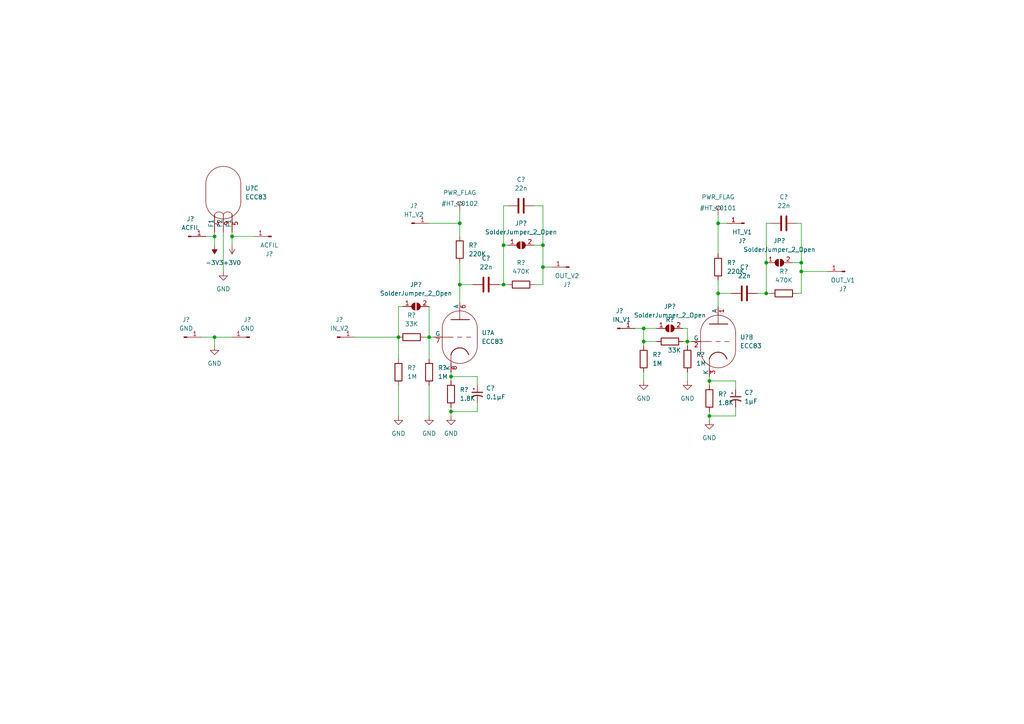
<source format=kicad_sch>
(kicad_sch (version 20211123) (generator eeschema)
  (paper "A4")
  (lib_symbols
    (symbol "Connector:Conn_01x01_Male" (pin_names (offset 1.016) hide)
      (property "Reference" "J" (at 0 2.54 0))
      (property "Value" "Conn_01x01_Male" (at 0 -2.54 0))
      (symbol "Conn_01x01_Male_1_1"
        (polyline (pts (xy 1.27 0) (xy 0.8636 0)) (stroke (width 0.1524)))
        (rectangle (start 0.8636 0.127) (end 0 -0.127) (stroke (width 0.1524)) (fill (type outline)))
        (pin passive line (at 5.08 0 180) (length 3.81) (name "Pin_1") (number "1"))
      )
    )
    (symbol "Device:C" (pin_numbers hide) (pin_names (offset 0.254))
      (property "Reference" "C" (at 0.635 2.54 0))
      (property "Value" "C" (at 0.635 -2.54 0))
      (symbol "C_0_1"
        (polyline (pts (xy -2.032 -0.762) (xy 2.032 -0.762)) (stroke (width 0.508)))
        (polyline (pts (xy -2.032 0.762) (xy 2.032 0.762)) (stroke (width 0.508)))
      )
      (symbol "C_1_1"
        (pin passive line (at 0 3.81 270) (length 2.794) (name "~") (number "1"))
        (pin passive line (at 0 -3.81 90) (length 2.794) (name "~") (number "2"))
      )
    )
    (symbol "Device:C_Polarized_Small_US" (pin_numbers hide) (pin_names (offset 0.254) hide)
      (property "Reference" "C" (at 0.254 1.778 0))
      (property "Value" "C_Polarized_Small_US" (at 0.254 -2.032 0))
      (symbol "C_Polarized_Small_US_0_1"
        (polyline (pts (xy -1.524 0.508) (xy 1.524 0.508)) (stroke (width 0.3048)))
        (polyline (pts (xy -1.27 1.524) (xy -0.762 1.524)))
        (polyline (pts (xy -1.016 1.27) (xy -1.016 1.778)))
        (arc (start 1.524 -0.762) (mid 0 -0.3734) (end -1.524 -0.762) (stroke (width 0.3048)))
      )
      (symbol "C_Polarized_Small_US_1_1"
        (pin passive line (at 0 2.54 270) (length 2.032) (name "~") (number "1"))
        (pin passive line (at 0 -2.54 90) (length 2.032) (name "~") (number "2"))
      )
    )
    (symbol "Device:R" (pin_numbers hide) (pin_names (offset 0))
      (property "Reference" "R" (at 2.032 0 90))
      (property "Value" "R" (at 0 0 90))
      (symbol "R_0_1"
        (rectangle (start -1.016 -2.54) (end 1.016 2.54) (stroke (width 0.254)))
      )
      (symbol "R_1_1"
        (pin passive line (at 0 3.81 270) (length 1.27) (name "~") (number "1"))
        (pin passive line (at 0 -3.81 90) (length 1.27) (name "~") (number "2"))
      )
    )
    (symbol "Jumper:SolderJumper_2_Open" (pin_names (offset 0) hide)
      (property "Reference" "JP" (at 0 2.032 0))
      (property "Value" "SolderJumper_2_Open" (at 0 -2.54 0))
      (symbol "SolderJumper_2_Open_0_1"
        (arc (start -0.254 1.016) (mid -1.27 0) (end -0.254 -1.016))
        (arc (start -0.254 1.016) (mid -1.27 0) (end -0.254 -1.016) (fill (type outline)))
        (polyline (pts (xy -0.254 1.016) (xy -0.254 -1.016)))
        (polyline (pts (xy 0.254 1.016) (xy 0.254 -1.016)))
        (arc (start 0.254 -1.016) (mid 1.27 0) (end 0.254 1.016))
        (arc (start 0.254 -1.016) (mid 1.27 0) (end 0.254 1.016) (fill (type outline)))
      )
      (symbol "SolderJumper_2_Open_1_1"
        (pin passive line (at -3.81 0 0) (length 2.54) (name "A") (number "1"))
        (pin passive line (at 3.81 0 180) (length 2.54) (name "B") (number "2"))
      )
    )
    (symbol "Valve:ECC83" (pin_names (offset 0))
      (property "Reference" "U" (at 3.302 7.874 0))
      (property "Value" "ECC83" (at 8.89 -7.62 0))
      (symbol "ECC83_0_1"
        (arc (start -5.08 -2.54) (mid 0 -7.62) (end 5.08 -2.54))
        (polyline (pts (xy 5.08 2.54) (xy 5.08 -2.54)))
        (polyline (pts (xy -5.08 2.54) (xy -5.08 -2.54) (xy -5.08 -2.54)))
        (arc (start 5.08 2.54) (mid 0 7.62) (end -5.08 2.54))
      )
      (symbol "ECC83_1_0"
        (polyline (pts (xy -2.54 -5.08) (xy -2.54 -7.62)))
        (polyline (pts (xy 0 5.08) (xy 0 7.62)))
      )
      (symbol "ECC83_1_1"
        (polyline (pts (xy -5.08 0) (xy -3.175 0)))
        (polyline (pts (xy -1.905 0) (xy -3.175 0)) (stroke (width 0.1524)))
        (polyline (pts (xy -0.635 0) (xy 0.635 0)) (stroke (width 0.1524)))
        (polyline (pts (xy 1.905 0) (xy 3.175 0)) (stroke (width 0.1524)))
        (polyline (pts (xy -2.54 5.08) (xy 2.794 5.08) (xy 2.794 5.08)) (stroke (width 0.254)))
        (arc (start 2.54 -5.08) (mid 0 -3.0968) (end -2.54 -5.08) (stroke (width 0.254)))
        (pin output line (at 0 10.16 270) (length 2.54) (name "A") (number "6"))
        (pin input line (at -7.62 0 0) (length 2.54) (name "G") (number "7"))
        (pin bidirectional line (at -2.54 -10.16 90) (length 2.54) (name "K") (number "8"))
      )
      (symbol "ECC83_2_0"
        (polyline (pts (xy -2.54 -5.08) (xy -2.54 -7.62)))
        (polyline (pts (xy 0 5.08) (xy 0 7.62)))
      )
      (symbol "ECC83_2_1"
        (polyline (pts (xy -5.08 0) (xy -3.175 0)))
        (polyline (pts (xy -1.905 0) (xy -3.175 0)) (stroke (width 0.1524)))
        (polyline (pts (xy -0.635 0) (xy 0.635 0)) (stroke (width 0.1524)))
        (polyline (pts (xy 1.905 0) (xy 3.175 0)) (stroke (width 0.1524)))
        (polyline (pts (xy -2.54 5.08) (xy 2.794 5.08) (xy 2.794 5.08)) (stroke (width 0.254)))
        (arc (start 2.54 -5.08) (mid 0 -3.0968) (end -2.54 -5.08) (stroke (width 0.254)))
        (pin output line (at 0 10.16 270) (length 2.54) (name "A") (number "1"))
        (pin input line (at -7.62 0 0) (length 2.54) (name "G") (number "2"))
        (pin bidirectional line (at -2.54 -10.16 90) (length 2.54) (name "K") (number "3"))
      )
      (symbol "ECC83_3_1"
        (arc (start 0 -6.35) (mid -1.27 -5.5651) (end -2.54 -6.35))
        (arc (start 2.54 -6.35) (mid 1.27 -5.5651) (end 0 -6.35))
        (pin power_in line (at -2.54 -11.43 90) (length 5.08) (name "F1") (number "4"))
        (pin power_in line (at 2.54 -11.43 90) (length 5.08) (name "F1") (number "5"))
        (pin power_in line (at 0 -11.43 90) (length 5.08) (name "F2") (number "9"))
      )
    )
    (symbol "power:+3V0" (power) (pin_names (offset 0))
      (property "Value" "+3V0" (at 0 3.556 0))
      (symbol "+3V0_0_1"
        (polyline (pts (xy -0.762 1.27) (xy 0 2.54)))
        (polyline (pts (xy 0 0) (xy 0 2.54)))
        (polyline (pts (xy 0 2.54) (xy 0.762 1.27)))
      )
      (symbol "+3V0_1_1"
        (pin power_in line (at 0 0 90) (length 0) hide (name "+3V0") (number "1"))
      )
    )
    (symbol "power:-3V3" (power) (pin_names (offset 0))
      (property "Value" "-3V3" (at 0 3.81 0))
      (symbol "-3V3_0_0"
        (pin power_in line (at 0 0 90) (length 0) hide (name "-3V3") (number "1"))
      )
      (symbol "-3V3_0_1"
        (polyline (pts (xy 0 0) (xy 0 1.27) (xy 0.762 1.27) (xy 0 2.54) (xy -0.762 1.27) (xy 0 1.27)) (fill (type outline)))
      )
    )
    (symbol "power:GND" (power) (pin_names (offset 0))
      (property "Value" "GND" (at 0 -3.81 0))
      (symbol "GND_0_1"
        (polyline (pts (xy 0 0) (xy 0 -1.27) (xy 1.27 -1.27) (xy 0 -2.54) (xy -1.27 -1.27) (xy 0 -1.27)))
      )
      (symbol "GND_1_1"
        (pin power_in line (at 0 0 270) (length 0) hide (name "GND") (number "1"))
      )
    )
    (symbol "power:PWR_FLAG" (power) (pin_numbers hide) (pin_names (offset 0) hide)
      (property "Value" "PWR_FLAG" (at 0 3.81 0))
      (symbol "PWR_FLAG_0_0"
        (pin power_out line (at 0 0 90) (length 0) (name "pwr") (number "1"))
      )
      (symbol "PWR_FLAG_0_1"
        (polyline (pts (xy 0 0) (xy 0 1.27) (xy -1.016 1.905) (xy 0 2.54) (xy 1.016 1.905) (xy 0 1.27)))
      )
    )
  )
  (junction (at 208.28 64.77))
  (junction (at 67.31 68.58))
  (junction (at 157.48 77.47))
  (junction (at 130.81 109.22))
  (junction (at 133.35 82.55))
  (junction (at 222.25 85.09))
  (junction (at 232.41 76.2))
  (junction (at 133.35 64.77))
  (junction (at 232.41 78.74))
  (junction (at 222.25 76.2))
  (junction (at 186.69 95.25))
  (junction (at 62.23 97.79))
  (junction (at 205.74 110.49))
  (junction (at 208.28 85.09))
  (junction (at 62.23 68.58))
  (junction (at 205.74 120.65))
  (junction (at 186.69 99.06))
  (junction (at 199.39 99.06))
  (junction (at 115.57 97.79))
  (junction (at 146.05 71.12))
  (junction (at 130.81 119.38))
  (junction (at 124.46 97.79))
  (junction (at 157.48 71.12))
  (junction (at 146.05 82.55))
  (wire (pts (xy 229.87 76.2) (xy 232.41 76.2)))
  (wire (pts (xy 146.05 59.69) (xy 146.05 71.12)))
  (wire (pts (xy 232.41 64.77) (xy 232.41 76.2)))
  (wire (pts (xy 199.39 95.25) (xy 199.39 99.06)))
  (wire (pts (xy 222.25 76.2) (xy 222.25 85.09)))
  (wire (pts (xy 130.81 118.11) (xy 130.81 119.38)))
  (wire (pts (xy 144.78 82.55) (xy 146.05 82.55)))
  (wire (pts (xy 232.41 78.74) (xy 240.03 78.74)))
  (wire (pts (xy 67.31 68.58) (xy 73.66 68.58)))
  (wire (pts (xy 124.46 97.79) (xy 125.73 97.79)))
  (wire (pts (xy 208.28 64.77) (xy 208.28 73.66)))
  (wire (pts (xy 186.69 107.95) (xy 186.69 110.49)))
  (wire (pts (xy 123.19 97.79) (xy 124.46 97.79)))
  (wire (pts (xy 124.46 111.76) (xy 124.46 120.65)))
  (wire (pts (xy 115.57 88.9) (xy 115.57 97.79)))
  (wire (pts (xy 213.36 113.03) (xy 213.36 110.49)))
  (wire (pts (xy 58.42 97.79) (xy 62.23 97.79)))
  (wire (pts (xy 232.41 78.74) (xy 232.41 85.09)))
  (wire (pts (xy 124.46 64.77) (xy 133.35 64.77)))
  (wire (pts (xy 157.48 59.69) (xy 157.48 71.12)))
  (wire (pts (xy 198.12 99.06) (xy 199.39 99.06)))
  (wire (pts (xy 62.23 67.31) (xy 62.23 68.58)))
  (wire (pts (xy 115.57 111.76) (xy 115.57 120.65)))
  (wire (pts (xy 64.77 67.31) (xy 64.77 78.74)))
  (wire (pts (xy 186.69 95.25) (xy 186.69 99.06)))
  (wire (pts (xy 213.36 118.11) (xy 213.36 120.65)))
  (wire (pts (xy 157.48 71.12) (xy 157.48 77.47)))
  (wire (pts (xy 205.74 120.65) (xy 205.74 121.92)))
  (wire (pts (xy 59.69 68.58) (xy 62.23 68.58)))
  (wire (pts (xy 62.23 97.79) (xy 67.31 97.79)))
  (wire (pts (xy 130.81 107.95) (xy 130.81 109.22)))
  (wire (pts (xy 199.39 99.06) (xy 200.66 99.06)))
  (wire (pts (xy 130.81 119.38) (xy 130.81 120.65)))
  (wire (pts (xy 223.52 64.77) (xy 222.25 64.77)))
  (wire (pts (xy 147.32 71.12) (xy 146.05 71.12)))
  (wire (pts (xy 208.28 62.23) (xy 208.28 64.77)))
  (wire (pts (xy 232.41 76.2) (xy 232.41 78.74)))
  (wire (pts (xy 138.43 111.76) (xy 138.43 109.22)))
  (wire (pts (xy 157.48 82.55) (xy 154.94 82.55)))
  (wire (pts (xy 130.81 109.22) (xy 138.43 109.22)))
  (wire (pts (xy 186.69 99.06) (xy 186.69 100.33)))
  (wire (pts (xy 138.43 119.38) (xy 130.81 119.38)))
  (wire (pts (xy 146.05 71.12) (xy 146.05 82.55)))
  (wire (pts (xy 130.81 109.22) (xy 130.81 110.49)))
  (wire (pts (xy 205.74 110.49) (xy 205.74 111.76)))
  (wire (pts (xy 208.28 85.09) (xy 208.28 88.9)))
  (wire (pts (xy 231.14 64.77) (xy 232.41 64.77)))
  (wire (pts (xy 133.35 60.96) (xy 133.35 64.77)))
  (wire (pts (xy 133.35 82.55) (xy 133.35 87.63)))
  (wire (pts (xy 199.39 99.06) (xy 199.39 100.33)))
  (wire (pts (xy 115.57 97.79) (xy 115.57 104.14)))
  (wire (pts (xy 154.94 59.69) (xy 157.48 59.69)))
  (wire (pts (xy 213.36 120.65) (xy 205.74 120.65)))
  (wire (pts (xy 208.28 64.77) (xy 210.82 64.77)))
  (wire (pts (xy 222.25 85.09) (xy 223.52 85.09)))
  (wire (pts (xy 147.32 59.69) (xy 146.05 59.69)))
  (wire (pts (xy 146.05 82.55) (xy 147.32 82.55)))
  (wire (pts (xy 205.74 119.38) (xy 205.74 120.65)))
  (wire (pts (xy 205.74 110.49) (xy 213.36 110.49)))
  (wire (pts (xy 205.74 109.22) (xy 205.74 110.49)))
  (wire (pts (xy 157.48 77.47) (xy 157.48 82.55)))
  (wire (pts (xy 102.87 97.79) (xy 115.57 97.79)))
  (wire (pts (xy 222.25 64.77) (xy 222.25 76.2)))
  (wire (pts (xy 67.31 67.31) (xy 67.31 68.58)))
  (wire (pts (xy 133.35 64.77) (xy 133.35 68.58)))
  (wire (pts (xy 208.28 81.28) (xy 208.28 85.09)))
  (wire (pts (xy 186.69 99.06) (xy 190.5 99.06)))
  (wire (pts (xy 62.23 97.79) (xy 62.23 100.33)))
  (wire (pts (xy 133.35 82.55) (xy 137.16 82.55)))
  (wire (pts (xy 124.46 88.9) (xy 124.46 97.79)))
  (wire (pts (xy 198.12 95.25) (xy 199.39 95.25)))
  (wire (pts (xy 219.71 85.09) (xy 222.25 85.09)))
  (wire (pts (xy 208.28 85.09) (xy 212.09 85.09)))
  (wire (pts (xy 231.14 85.09) (xy 232.41 85.09)))
  (wire (pts (xy 138.43 116.84) (xy 138.43 119.38)))
  (wire (pts (xy 184.15 95.25) (xy 186.69 95.25)))
  (wire (pts (xy 133.35 76.2) (xy 133.35 82.55)))
  (wire (pts (xy 62.23 68.58) (xy 62.23 71.12)))
  (wire (pts (xy 67.31 68.58) (xy 67.31 71.12)))
  (wire (pts (xy 116.84 88.9) (xy 115.57 88.9)))
  (wire (pts (xy 154.94 71.12) (xy 157.48 71.12)))
  (wire (pts (xy 157.48 77.47) (xy 160.02 77.47)))
  (wire (pts (xy 124.46 97.79) (xy 124.46 104.14)))
  (wire (pts (xy 199.39 107.95) (xy 199.39 110.49)))
  (wire (pts (xy 190.5 95.25) (xy 186.69 95.25)))
  (symbol (lib_id "Connector:Conn_01x01_Male") (at 215.9 64.77 180) (unit 1)
    (property "Reference" "J?" (at 215.265 69.85 0))
    (property "Value" "HT_V1" (at 215.265 67.31 0))
    (property "Footprint" "Connector_Wire:SolderWire-0.75sqmm_1x01_D1.25mm_OD3.5mm" (effects hide))
  )
  (symbol (lib_id "Device:C") (at 227.33 64.77 90) (unit 1)
    (property "Reference" "C?" (at 227.33 57.15 90))
    (property "Value" "22n" (at 227.33 59.69 90))
    (property "Footprint" "Capacitor_THT:C_Rect_L9.0mm_W4.2mm_P7.50mm_MKT" (effects hide))
  )
  (symbol (lib_id "power:GND") (at 199.39 110.49 0) (unit 1)
    (property "Reference" "#PWR?" (effects hide))
    (property "Value" "GND" (at 199.39 115.57 0))
  )
  (symbol (lib_id "Jumper:SolderJumper_2_Open") (at 151.13 71.12 0) (unit 1)
    (property "Reference" "JP?" (at 151.13 64.77 0))
    (property "Value" "SolderJumper_2_Open" (at 151.13 67.31 0))
    (property "Footprint" "Jumper:SolderJumper-2_P1.3mm_Open_RoundedPad1.0x1.5mm" (effects hide))
  )
  (symbol (lib_id "Device:R") (at 115.57 107.95 0) (unit 1)
    (property "Reference" "R?" (at 118.11 106.6799 0) (effects (justify left)))
    (property "Value" "1M" (at 118.11 109.2199 0) (effects (justify left)))
    (property "Footprint" "Resistor_THT:R_Axial_DIN0309_L9.0mm_D3.2mm_P15.24mm_Horizontal" (effects hide))
  )
  (symbol (lib_id "power:GND") (at 186.69 110.49 0) (unit 1)
    (property "Reference" "#PWR?" (effects hide))
    (property "Value" "GND" (at 186.69 115.57 0))
  )
  (symbol (lib_id "Connector:Conn_01x01_Male") (at 54.61 68.58 0) (unit 1)
    (property "Reference" "J?" (at 55.245 63.5 0))
    (property "Value" "ACFIL" (at 55.245 66.04 0))
    (property "Footprint" "Connector_Wire:SolderWire-1.5sqmm_1x01_D1.7mm_OD3.9mm" (effects hide))
  )
  (symbol (lib_id "power:GND") (at 115.57 120.65 0) (unit 1)
    (property "Reference" "#PWR?" (effects hide))
    (property "Value" "GND" (at 115.57 125.73 0))
  )
  (symbol (lib_id "power:GND") (at 62.23 100.33 0) (unit 1)
    (property "Reference" "#PWR?" (effects hide))
    (property "Value" "GND" (at 62.23 105.41 0))
  )
  (symbol (lib_id "Device:C") (at 140.97 82.55 90) (unit 1)
    (property "Reference" "C?" (at 140.97 74.93 90))
    (property "Value" "22n" (at 140.97 77.47 90))
    (property "Footprint" "Capacitor_THT:C_Rect_L9.0mm_W4.2mm_P7.50mm_MKT" (effects hide))
  )
  (symbol (lib_id "Connector:Conn_01x01_Male") (at 179.07 95.25 0) (unit 1)
    (property "Reference" "J?" (at 179.705 90.17 0))
    (property "Value" "IN_V1" (at 180.34 92.71 0))
    (property "Footprint" "Connector_Wire:SolderWire-0.75sqmm_1x01_D1.25mm_OD3.5mm" (effects hide))
  )
  (symbol (lib_id "Device:R") (at 133.35 72.39 0) (unit 1)
    (property "Reference" "R?" (at 135.89 71.1199 0) (effects (justify left)))
    (property "Value" "220K" (at 135.89 73.6599 0) (effects (justify left)))
    (property "Footprint" "Resistor_THT:R_Axial_DIN0309_L9.0mm_D3.2mm_P15.24mm_Horizontal" (effects hide))
  )
  (symbol (lib_id "power:GND") (at 205.74 121.92 0) (unit 1)
    (property "Reference" "#PWR?" (effects hide))
    (property "Value" "GND" (at 205.74 127 0))
  )
  (symbol (lib_id "Jumper:SolderJumper_2_Open") (at 194.31 95.25 0) (unit 1)
    (property "Reference" "JP?" (at 194.31 88.9 0))
    (property "Value" "SolderJumper_2_Open" (at 194.31 91.44 0))
    (property "Footprint" "Jumper:SolderJumper-2_P1.3mm_Open_RoundedPad1.0x1.5mm" (effects hide))
  )
  (symbol (lib_id "Valve:ECC83") (at 208.28 99.06 0) (unit 2)
    (property "Reference" "U?" (at 214.63 97.7899 0) (effects (justify left)))
    (property "Value" "ECC83" (at 214.63 100.3299 0) (effects (justify left)))
    (property "Footprint" "Valve:Valve_ECC-83-2" (effects hide))
    (property "Datasheet" "http://www.r-type.org/pdfs/ecc83.pdf" (effects hide))
  )
  (symbol (lib_id "Device:R") (at 151.13 82.55 90) (unit 1)
    (property "Reference" "R?" (at 151.13 76.2 90))
    (property "Value" "470K" (at 151.13 78.74 90))
    (property "Footprint" "Resistor_THT:R_Axial_DIN0309_L9.0mm_D3.2mm_P15.24mm_Horizontal" (effects hide))
  )
  (symbol (lib_id "Valve:ECC83") (at 133.35 97.79 0) (unit 1)
    (property "Reference" "U?" (at 139.7 96.5199 0) (effects (justify left)))
    (property "Value" "ECC83" (at 139.7 99.0599 0) (effects (justify left)))
    (property "Footprint" "Valve:Valve_ECC-83-2" (effects hide))
    (property "Datasheet" "http://www.r-type.org/pdfs/ecc83.pdf" (effects hide))
  )
  (symbol (lib_id "Device:R") (at 227.33 85.09 90) (unit 1)
    (property "Reference" "R?" (at 227.33 78.74 90))
    (property "Value" "470K" (at 227.33 81.28 90))
    (property "Footprint" "Resistor_THT:R_Axial_DIN0309_L9.0mm_D3.2mm_P15.24mm_Horizontal" (effects hide))
  )
  (symbol (lib_id "Connector:Conn_01x01_Male") (at 165.1 77.47 180) (unit 1)
    (property "Reference" "J?" (at 164.465 82.55 0))
    (property "Value" "OUT_V2" (at 164.465 80.01 0))
    (property "Footprint" "Connector_Wire:SolderWire-1.5sqmm_1x01_D1.7mm_OD3.9mm" (effects hide))
  )
  (symbol (lib_id "Connector:Conn_01x01_Male") (at 78.74 68.58 180) (unit 1)
    (property "Reference" "J?" (at 78.105 73.66 0))
    (property "Value" "ACFIL" (at 78.105 71.12 0))
    (property "Footprint" "Connector_Wire:SolderWire-0.75sqmm_1x01_D1.25mm_OD3.5mm" (effects hide))
  )
  (symbol (lib_id "Device:R") (at 130.81 114.3 0) (unit 1)
    (property "Reference" "R?" (at 133.35 113.0299 0) (effects (justify left)))
    (property "Value" "1.8K" (at 133.35 115.5699 0) (effects (justify left)))
    (property "Footprint" "Resistor_THT:R_Axial_DIN0309_L9.0mm_D3.2mm_P15.24mm_Horizontal" (effects hide))
  )
  (symbol (lib_id "Device:R") (at 124.46 107.95 180) (unit 1)
    (property "Reference" "R?" (at 127 106.6799 0) (effects (justify right)))
    (property "Value" "1M" (at 127 109.2199 0) (effects (justify right)))
    (property "Footprint" "Resistor_THT:R_Axial_DIN0309_L9.0mm_D3.2mm_P15.24mm_Horizontal" (effects hide))
  )
  (symbol (lib_id "Device:R") (at 205.74 115.57 0) (unit 1)
    (property "Reference" "R?" (at 208.28 114.2999 0) (effects (justify left)))
    (property "Value" "1.8K" (at 208.28 116.8399 0) (effects (justify left)))
    (property "Footprint" "Resistor_THT:R_Axial_DIN0309_L9.0mm_D3.2mm_P15.24mm_Horizontal" (effects hide))
  )
  (symbol (lib_id "Connector:Conn_01x01_Male") (at 245.11 78.74 180) (unit 1)
    (property "Reference" "J?" (at 244.475 83.82 0))
    (property "Value" "OUT_V1" (at 244.475 81.28 0))
    (property "Footprint" "Connector_Wire:SolderWire-0.75sqmm_1x01_D1.25mm_OD3.5mm" (effects hide))
  )
  (symbol (lib_id "power:+3V0") (at 67.31 71.12 180) (unit 1)
    (property "Reference" "#PWR?" (effects hide))
    (property "Value" "+3V0" (at 67.31 76.2 0))
  )
  (symbol (lib_id "Connector:Conn_01x01_Male") (at 119.38 64.77 0) (unit 1)
    (property "Reference" "J?" (at 120.015 59.69 0))
    (property "Value" "HT_V2" (at 120.015 62.23 0))
    (property "Footprint" "Connector_Wire:SolderWire-0.75sqmm_1x01_D1.25mm_OD3.5mm" (effects hide))
  )
  (symbol (lib_id "power:GND") (at 64.77 78.74 0) (unit 1)
    (property "Reference" "#PWR?" (effects hide))
    (property "Value" "GND" (at 64.77 83.82 0))
  )
  (symbol (lib_id "Device:R") (at 186.69 104.14 180) (unit 1)
    (property "Reference" "R?" (at 189.23 102.8699 0) (effects (justify right)))
    (property "Value" "1M" (at 189.23 105.4099 0) (effects (justify right)))
    (property "Footprint" "Resistor_THT:R_Axial_DIN0309_L9.0mm_D3.2mm_P15.24mm_Horizontal" (effects hide))
  )
  (symbol (lib_id "Jumper:SolderJumper_2_Open") (at 226.06 76.2 0) (unit 1)
    (property "Reference" "JP?" (at 226.06 69.85 0))
    (property "Value" "SolderJumper_2_Open" (at 226.06 72.39 0))
    (property "Footprint" "Jumper:SolderJumper-2_P1.3mm_Open_RoundedPad1.0x1.5mm" (effects hide))
  )
  (symbol (lib_id "Device:C") (at 151.13 59.69 90) (unit 1)
    (property "Reference" "C?" (at 151.13 52.07 90))
    (property "Value" "22n" (at 151.13 54.61 90))
    (property "Footprint" "Capacitor_THT:C_Rect_L9.0mm_W4.2mm_P7.50mm_MKT" (effects hide))
  )
  (symbol (lib_id "Jumper:SolderJumper_2_Open") (at 120.65 88.9 0) (unit 1)
    (property "Reference" "JP?" (at 120.65 82.55 0))
    (property "Value" "SolderJumper_2_Open" (at 120.65 85.09 0))
    (property "Footprint" "Jumper:SolderJumper-2_P1.3mm_Open_RoundedPad1.0x1.5mm" (effects hide))
  )
  (symbol (lib_id "power:GND") (at 124.46 120.65 0) (unit 1)
    (property "Reference" "#PWR?" (effects hide))
    (property "Value" "GND" (at 124.46 125.73 0))
  )
  (symbol (lib_id "power:-3V3") (at 62.23 71.12 180) (unit 1)
    (property "Reference" "#PWR?" (effects hide))
    (property "Value" "-3V3" (at 62.23 76.2 0))
  )
  (symbol (lib_id "Connector:Conn_01x01_Male") (at 72.39 97.79 180) (unit 1)
    (property "Reference" "J?" (at 71.755 92.71 0))
    (property "Value" "GND" (at 71.755 95.25 0))
    (property "Footprint" "Connector_Wire:SolderWire-1.5sqmm_1x01_D1.7mm_OD3.9mm" (effects hide))
  )
  (symbol (lib_id "Connector:Conn_01x01_Male") (at 53.34 97.79 0) (unit 1)
    (property "Reference" "J?" (at 53.975 92.71 0))
    (property "Value" "GND" (at 53.975 95.25 0))
    (property "Footprint" "Connector_Wire:SolderWire-1.5sqmm_1x01_D1.7mm_OD3.9mm" (effects hide))
  )
  (symbol (lib_id "Device:C_Polarized_Small_US") (at 213.36 115.57 0) (unit 1)
    (property "Reference" "C?" (at 215.9 113.8681 0) (effects (justify left)))
    (property "Value" "1µF" (at 215.9 116.4081 0) (effects (justify left)))
    (property "Footprint" "Capacitor_THT:CP_Radial_D5.0mm_P2.50mm" (effects hide))
  )
  (symbol (lib_id "Device:R") (at 199.39 104.14 180) (unit 1)
    (property "Reference" "R?" (at 201.93 102.8699 0) (effects (justify right)))
    (property "Value" "1M" (at 201.93 105.4099 0) (effects (justify right)))
    (property "Footprint" "Resistor_THT:R_Axial_DIN0309_L9.0mm_D3.2mm_P15.24mm_Horizontal" (effects hide))
  )
  (symbol (lib_id "power:PWR_FLAG") (at 133.35 60.96 0) (unit 1)
    (property "Reference" "#HT_V?" (at 133.35 59.055 0))
    (property "Value" "PWR_FLAG" (at 133.35 55.88 0))
    (property "Footprint" "Connector_Wire:SolderWire-0.75sqmm_1x01_D1.25mm_OD3.5mm" (effects hide))
  )
  (symbol (lib_id "Device:C_Polarized_Small_US") (at 138.43 114.3 0) (unit 1)
    (property "Reference" "C?" (at 140.97 112.5981 0) (effects (justify left)))
    (property "Value" "0.1µF" (at 140.97 115.1381 0) (effects (justify left)))
    (property "Footprint" "Capacitor_THT:CP_Radial_D5.0mm_P2.50mm" (effects hide))
  )
  (symbol (lib_id "Connector:Conn_01x01_Male") (at 97.79 97.79 0) (unit 1)
    (property "Reference" "J?" (at 98.425 92.71 0))
    (property "Value" "IN_V2" (at 98.425 95.25 0))
    (property "Footprint" "Connector_Wire:SolderWire-0.75sqmm_1x01_D1.25mm_OD3.5mm" (effects hide))
  )
  (symbol (lib_id "Device:R") (at 194.31 99.06 90) (unit 1)
    (property "Reference" "R?" (at 194.31 92.71 90))
    (property "Value" "33K" (at 195.58 101.6 90))
    (property "Footprint" "Resistor_THT:R_Axial_DIN0309_L9.0mm_D3.2mm_P15.24mm_Horizontal" (effects hide))
  )
  (symbol (lib_id "power:PWR_FLAG") (at 208.28 62.23 0) (unit 1)
    (property "Reference" "#HT_V?" (at 208.28 60.325 0))
    (property "Value" "PWR_FLAG" (at 208.28 57.15 0))
    (property "Footprint" "Connector_Wire:SolderWire-0.75sqmm_1x01_D1.25mm_OD3.5mm" (effects hide))
  )
  (symbol (lib_id "Device:R") (at 208.28 77.47 0) (unit 1)
    (property "Reference" "R?" (at 210.82 76.1999 0) (effects (justify left)))
    (property "Value" "220K" (at 210.82 78.7399 0) (effects (justify left)))
    (property "Footprint" "Resistor_THT:R_Axial_DIN0309_L9.0mm_D3.2mm_P15.24mm_Horizontal" (effects hide))
  )
  (symbol (lib_id "power:GND") (at 130.81 120.65 0) (unit 1)
    (property "Reference" "#PWR?" (effects hide))
    (property "Value" "GND" (at 130.81 125.73 0))
  )
  (symbol (lib_id "Device:C") (at 215.9 85.09 90) (unit 1)
    (property "Reference" "C?" (at 215.9 77.47 90))
    (property "Value" "22n" (at 215.9 80.01 90))
    (property "Footprint" "Capacitor_THT:C_Rect_L9.0mm_W4.2mm_P7.50mm_MKT" (effects hide))
  )
  (symbol (lib_id "Valve:ECC83") (at 64.77 55.88 0) (unit 3)
    (property "Reference" "U?" (at 71.12 54.6099 0) (effects (justify left)))
    (property "Value" "ECC83" (at 71.12 57.1499 0) (effects (justify left)))
    (property "Footprint" "Valve:Valve_ECC-83-2" (effects hide))
    (property "Datasheet" "http://www.r-type.org/pdfs/ecc83.pdf" (effects hide))
  )
  (symbol (lib_id "Device:R") (at 119.38 97.79 90) (unit 1)
    (property "Reference" "R?" (at 119.38 91.44 90))
    (property "Value" "33K" (at 119.38 93.98 90))
    (property "Footprint" "Resistor_THT:R_Axial_DIN0309_L9.0mm_D3.2mm_P15.24mm_Horizontal" (effects hide))
  )
)
</source>
